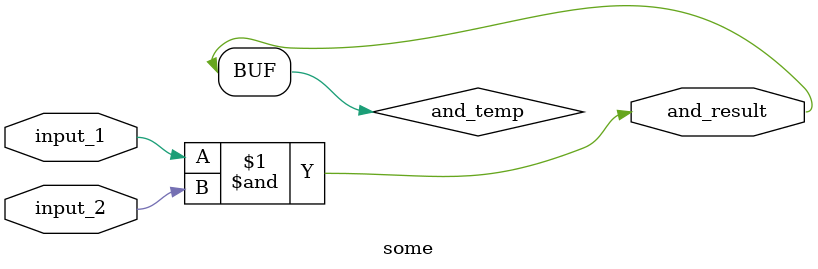
<source format=v>
module some
	(
		input_1,
		input_2, 
		and_result);
		
	input input_1;
	input input_2;
	output and_result;
	
	wire and_temp;
	
	assign and_temp = input_1 & input_2;
	
	assign and_result = and_temp;
	
	
endmodule 
</source>
